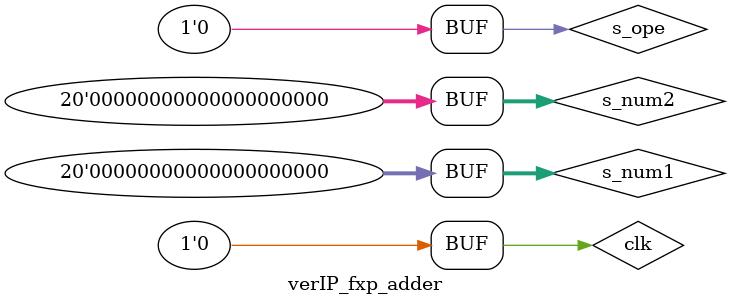
<source format=v>
`timescale 1ns / 1ps


module verIP_fxp_adder();
//-- Environment Parameters
parameter integer CLK_PERIOD = 100;
//-- IP Parameters
parameter integer C_FXP_LENGTH = 20;
parameter integer C_FXP_POINT = 16;

//--
reg clk;									// System Clock
//-- IP Signals
reg signed [C_FXP_LENGTH-1:0] s_num1;		//
reg signed [C_FXP_LENGTH-1:0] s_num2;		//
reg s_ope;									//
wire signed [C_FXP_LENGTH-1:0] s_result;	//
wire s_of_flag;
 
//-- Device Under Verification
fxp_adder #(
		.C_FXP_LENGTH(C_FXP_LENGTH),
		.C_FXP_POINT(C_FXP_POINT)
	) DUV (
		.S_NUM1(s_num1),
		.S_NUM2(s_num2),
		.S_OPE(s_ope),
		.S_RESULT(s_result),
		.S_OF_FLAG(s_of_flag)
    );

//-- System Clock Generation
always begin
		clk <= 1'b1;
		#(CLK_PERIOD/2);
		clk <= 1'b0;
		#(CLK_PERIOD/2);
		end

initial begin
s_num1 = 0;
s_num2 = 0;
s_ope = 0;
end

endmodule

</source>
